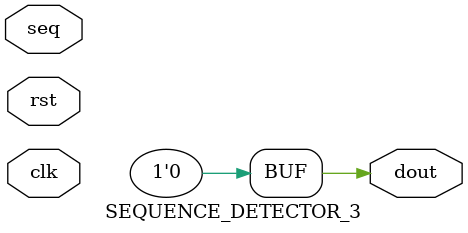
<source format=v>
`timescale 1ns / 1ps

//20L118 HARIHARAN R R

module SEQUENCE_DETECTOR_3(seq,clk,rst,dout);
input clk,rst,seq;
output reg dout;
parameter A=2'b00;
parameter B=2'b01;
parameter C=2'b10;
parameter D=2'b11;
parameter E=2'b00;
parameter F=2'b01;
parameter G=2'b10;
parameter H=2'b11;
reg[2:0]current,next;
always @(posedge clk,posedge rst)
begin
if(rst)
current=1'b0;
else
current=next;
end
always @(current,seq)
begin
case(current)
A:begin
if(seq)
next=B;
else
next=A;
end
B:begin
if(seq)
next=C;
else
next=A;
end
C:begin
if(seq)
next=D;
else
next=A;
end
D:begin
if(seq)
next=E;
else
next=A;
end
E:begin
if(seq)
next=F;
else
next=A;
end
F:begin
if(seq)
next=G;
else
next=A;
end
G:begin
if(seq)
next=H;
else
next=A;
end
H:begin
if(seq)
begin
next=H;
dout=1'b1;
end
end
default:next=A;
endcase
end
always @(current)
begin 
 case(current) 
 A:   dout = 1'b0;
 B:   dout = 1'b0;
 C:  dout = 1'b0;
 D:  dout = 1'b0;
 E:  dout = 1'b0;
 F:  dout = 1'b0;
 G:  dout = 1'b0;
 H:  dout = 1'b1;
 default:  dout = 1'b0;
 endcase
end 
endmodule



</source>
